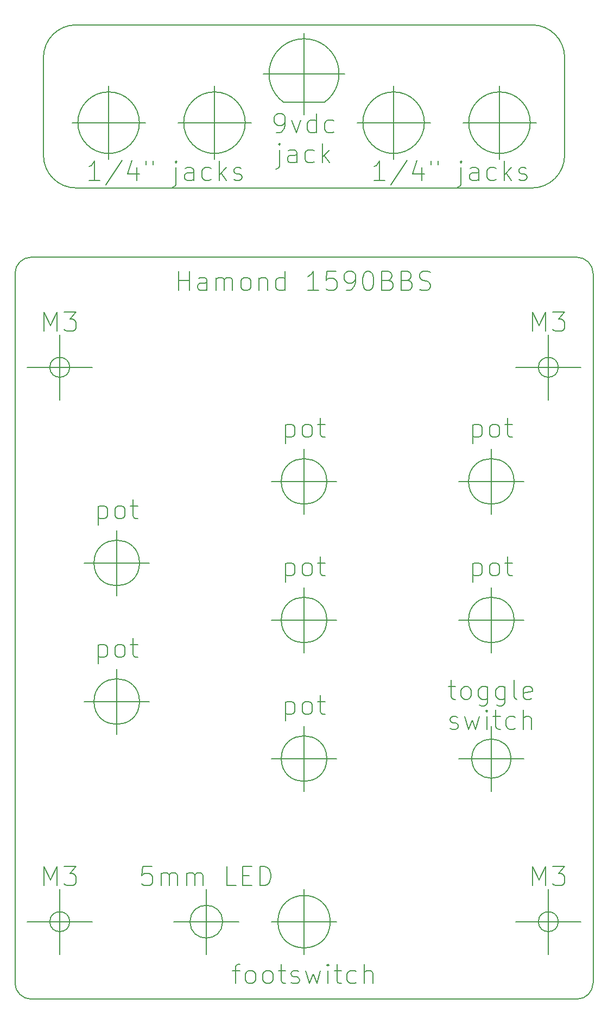
<source format=gbr>
G04 #@! TF.GenerationSoftware,KiCad,Pcbnew,5.1.10-88a1d61d58~90~ubuntu20.04.1*
G04 #@! TF.CreationDate,2021-07-12T15:05:42-04:00*
G04 #@! TF.ProjectId,whooshy_sound_drill_guide,77686f6f-7368-4795-9f73-6f756e645f64,0*
G04 #@! TF.SameCoordinates,Original*
G04 #@! TF.FileFunction,OtherDrawing,Comment*
%FSLAX46Y46*%
G04 Gerber Fmt 4.6, Leading zero omitted, Abs format (unit mm)*
G04 Created by KiCad (PCBNEW 5.1.10-88a1d61d58~90~ubuntu20.04.1) date 2021-07-12 15:05:42*
%MOMM*%
%LPD*%
G01*
G04 APERTURE LIST*
%ADD10C,0.150000*%
G04 APERTURE END LIST*
D10*
X88352857Y-49832142D02*
X88924285Y-49832142D01*
X89210000Y-49689285D01*
X89352857Y-49546428D01*
X89638571Y-49117857D01*
X89781428Y-48546428D01*
X89781428Y-47403571D01*
X89638571Y-47117857D01*
X89495714Y-46975000D01*
X89210000Y-46832142D01*
X88638571Y-46832142D01*
X88352857Y-46975000D01*
X88210000Y-47117857D01*
X88067142Y-47403571D01*
X88067142Y-48117857D01*
X88210000Y-48403571D01*
X88352857Y-48546428D01*
X88638571Y-48689285D01*
X89210000Y-48689285D01*
X89495714Y-48546428D01*
X89638571Y-48403571D01*
X89781428Y-48117857D01*
X90781428Y-47832142D02*
X91495714Y-49832142D01*
X92210000Y-47832142D01*
X94638571Y-49832142D02*
X94638571Y-46832142D01*
X94638571Y-49689285D02*
X94352857Y-49832142D01*
X93781428Y-49832142D01*
X93495714Y-49689285D01*
X93352857Y-49546428D01*
X93210000Y-49260714D01*
X93210000Y-48403571D01*
X93352857Y-48117857D01*
X93495714Y-47975000D01*
X93781428Y-47832142D01*
X94352857Y-47832142D01*
X94638571Y-47975000D01*
X97352857Y-49689285D02*
X97067142Y-49832142D01*
X96495714Y-49832142D01*
X96210000Y-49689285D01*
X96067142Y-49546428D01*
X95924285Y-49260714D01*
X95924285Y-48403571D01*
X96067142Y-48117857D01*
X96210000Y-47975000D01*
X96495714Y-47832142D01*
X97067142Y-47832142D01*
X97352857Y-47975000D01*
X88852857Y-52482142D02*
X88852857Y-55053571D01*
X88710000Y-55339285D01*
X88424285Y-55482142D01*
X88281428Y-55482142D01*
X88852857Y-51482142D02*
X88710000Y-51625000D01*
X88852857Y-51767857D01*
X88995714Y-51625000D01*
X88852857Y-51482142D01*
X88852857Y-51767857D01*
X91567142Y-54482142D02*
X91567142Y-52910714D01*
X91424285Y-52625000D01*
X91138571Y-52482142D01*
X90567142Y-52482142D01*
X90281428Y-52625000D01*
X91567142Y-54339285D02*
X91281428Y-54482142D01*
X90567142Y-54482142D01*
X90281428Y-54339285D01*
X90138571Y-54053571D01*
X90138571Y-53767857D01*
X90281428Y-53482142D01*
X90567142Y-53339285D01*
X91281428Y-53339285D01*
X91567142Y-53196428D01*
X94281428Y-54339285D02*
X93995714Y-54482142D01*
X93424285Y-54482142D01*
X93138571Y-54339285D01*
X92995714Y-54196428D01*
X92852857Y-53910714D01*
X92852857Y-53053571D01*
X92995714Y-52767857D01*
X93138571Y-52625000D01*
X93424285Y-52482142D01*
X93995714Y-52482142D01*
X94281428Y-52625000D01*
X95567142Y-54482142D02*
X95567142Y-51482142D01*
X95852857Y-53339285D02*
X96710000Y-54482142D01*
X96710000Y-52482142D02*
X95567142Y-53625000D01*
X105355714Y-57237142D02*
X103641428Y-57237142D01*
X104498571Y-57237142D02*
X104498571Y-54237142D01*
X104212857Y-54665714D01*
X103927142Y-54951428D01*
X103641428Y-55094285D01*
X108784285Y-54094285D02*
X106212857Y-57951428D01*
X111070000Y-55237142D02*
X111070000Y-57237142D01*
X110355714Y-54094285D02*
X109641428Y-56237142D01*
X111498571Y-56237142D01*
X112498571Y-54237142D02*
X112498571Y-54808571D01*
X113641428Y-54237142D02*
X113641428Y-54808571D01*
X117212857Y-55237142D02*
X117212857Y-57808571D01*
X117070000Y-58094285D01*
X116784285Y-58237142D01*
X116641428Y-58237142D01*
X117212857Y-54237142D02*
X117070000Y-54380000D01*
X117212857Y-54522857D01*
X117355714Y-54380000D01*
X117212857Y-54237142D01*
X117212857Y-54522857D01*
X119927142Y-57237142D02*
X119927142Y-55665714D01*
X119784285Y-55380000D01*
X119498571Y-55237142D01*
X118927142Y-55237142D01*
X118641428Y-55380000D01*
X119927142Y-57094285D02*
X119641428Y-57237142D01*
X118927142Y-57237142D01*
X118641428Y-57094285D01*
X118498571Y-56808571D01*
X118498571Y-56522857D01*
X118641428Y-56237142D01*
X118927142Y-56094285D01*
X119641428Y-56094285D01*
X119927142Y-55951428D01*
X122641428Y-57094285D02*
X122355714Y-57237142D01*
X121784285Y-57237142D01*
X121498571Y-57094285D01*
X121355714Y-56951428D01*
X121212857Y-56665714D01*
X121212857Y-55808571D01*
X121355714Y-55522857D01*
X121498571Y-55380000D01*
X121784285Y-55237142D01*
X122355714Y-55237142D01*
X122641428Y-55380000D01*
X123927142Y-57237142D02*
X123927142Y-54237142D01*
X124212857Y-56094285D02*
X125070000Y-57237142D01*
X125070000Y-55237142D02*
X123927142Y-56380000D01*
X126212857Y-57094285D02*
X126498571Y-57237142D01*
X127070000Y-57237142D01*
X127355714Y-57094285D01*
X127498571Y-56808571D01*
X127498571Y-56665714D01*
X127355714Y-56380000D01*
X127070000Y-56237142D01*
X126641428Y-56237142D01*
X126355714Y-56094285D01*
X126212857Y-55808571D01*
X126212857Y-55665714D01*
X126355714Y-55380000D01*
X126641428Y-55237142D01*
X127070000Y-55237142D01*
X127355714Y-55380000D01*
X60905714Y-57237142D02*
X59191428Y-57237142D01*
X60048571Y-57237142D02*
X60048571Y-54237142D01*
X59762857Y-54665714D01*
X59477142Y-54951428D01*
X59191428Y-55094285D01*
X64334285Y-54094285D02*
X61762857Y-57951428D01*
X66620000Y-55237142D02*
X66620000Y-57237142D01*
X65905714Y-54094285D02*
X65191428Y-56237142D01*
X67048571Y-56237142D01*
X68048571Y-54237142D02*
X68048571Y-54808571D01*
X69191428Y-54237142D02*
X69191428Y-54808571D01*
X72762857Y-55237142D02*
X72762857Y-57808571D01*
X72620000Y-58094285D01*
X72334285Y-58237142D01*
X72191428Y-58237142D01*
X72762857Y-54237142D02*
X72620000Y-54380000D01*
X72762857Y-54522857D01*
X72905714Y-54380000D01*
X72762857Y-54237142D01*
X72762857Y-54522857D01*
X75477142Y-57237142D02*
X75477142Y-55665714D01*
X75334285Y-55380000D01*
X75048571Y-55237142D01*
X74477142Y-55237142D01*
X74191428Y-55380000D01*
X75477142Y-57094285D02*
X75191428Y-57237142D01*
X74477142Y-57237142D01*
X74191428Y-57094285D01*
X74048571Y-56808571D01*
X74048571Y-56522857D01*
X74191428Y-56237142D01*
X74477142Y-56094285D01*
X75191428Y-56094285D01*
X75477142Y-55951428D01*
X78191428Y-57094285D02*
X77905714Y-57237142D01*
X77334285Y-57237142D01*
X77048571Y-57094285D01*
X76905714Y-56951428D01*
X76762857Y-56665714D01*
X76762857Y-55808571D01*
X76905714Y-55522857D01*
X77048571Y-55380000D01*
X77334285Y-55237142D01*
X77905714Y-55237142D01*
X78191428Y-55380000D01*
X79477142Y-57237142D02*
X79477142Y-54237142D01*
X79762857Y-56094285D02*
X80620000Y-57237142D01*
X80620000Y-55237142D02*
X79477142Y-56380000D01*
X81762857Y-57094285D02*
X82048571Y-57237142D01*
X82620000Y-57237142D01*
X82905714Y-57094285D01*
X83048571Y-56808571D01*
X83048571Y-56665714D01*
X82905714Y-56380000D01*
X82620000Y-56237142D01*
X82191428Y-56237142D01*
X81905714Y-56094285D01*
X81762857Y-55808571D01*
X81762857Y-55665714D01*
X81905714Y-55380000D01*
X82191428Y-55237142D01*
X82620000Y-55237142D01*
X82905714Y-55380000D01*
X111480000Y-48260000D02*
G75*
G03*
X111480000Y-48260000I-4800000J0D01*
G01*
X83540000Y-48260000D02*
G75*
G03*
X83540000Y-48260000I-4800000J0D01*
G01*
X67030000Y-48260000D02*
G75*
G03*
X67030000Y-48260000I-4800000J0D01*
G01*
X127990000Y-48260000D02*
G75*
G03*
X127990000Y-48260000I-4800000J0D01*
G01*
X89535001Y-45084999D02*
G75*
G02*
X95884999Y-45084999I3174999J4444999D01*
G01*
X89535001Y-45084999D02*
X95885000Y-45085000D01*
X128270000Y-33020000D02*
X57150000Y-33020000D01*
X57150000Y-33020000D02*
X57150000Y-33020000D01*
X123190000Y-48260000D02*
X123190000Y-42545000D01*
X78740000Y-48260000D02*
X78740000Y-42545000D01*
X67945000Y-48260000D02*
X56515000Y-48260000D01*
X62230000Y-48260000D02*
X62230000Y-53975000D01*
X62230000Y-48260000D02*
X62230000Y-42545000D01*
X99060000Y-40640000D02*
X86360000Y-40640000D01*
X92710000Y-40640000D02*
X92710000Y-46990000D01*
X92710000Y-40640000D02*
X92710000Y-34290000D01*
X123190000Y-48260000D02*
X123190000Y-53975000D01*
X128905000Y-48260000D02*
X117475000Y-48260000D01*
X112395000Y-48260000D02*
X100965000Y-48260000D01*
X106680000Y-48260000D02*
X106680000Y-53975000D01*
X106680000Y-48260000D02*
X106680000Y-42545000D01*
X84455000Y-48260000D02*
X73025000Y-48260000D01*
X78740000Y-48260000D02*
X78740000Y-53975000D01*
X133350000Y-53340000D02*
G75*
G02*
X128270000Y-58420000I-5080000J0D01*
G01*
X57150000Y-58420000D02*
G75*
G02*
X52070000Y-53340000I0J5080000D01*
G01*
X128270000Y-33020000D02*
G75*
G02*
X133350000Y-38100000I0J-5080000D01*
G01*
X133350000Y-53340000D02*
X133350000Y-38100000D01*
X52070000Y-38100000D02*
G75*
G02*
X57150000Y-33020000I5080000J0D01*
G01*
X57150000Y-58420000D02*
X128270000Y-58420000D01*
X52070000Y-38100000D02*
X52070000Y-53340000D01*
X73138571Y-74382142D02*
X73138571Y-71382142D01*
X73138571Y-72810714D02*
X74852857Y-72810714D01*
X74852857Y-74382142D02*
X74852857Y-71382142D01*
X77567142Y-74382142D02*
X77567142Y-72810714D01*
X77424285Y-72525000D01*
X77138571Y-72382142D01*
X76567142Y-72382142D01*
X76281428Y-72525000D01*
X77567142Y-74239285D02*
X77281428Y-74382142D01*
X76567142Y-74382142D01*
X76281428Y-74239285D01*
X76138571Y-73953571D01*
X76138571Y-73667857D01*
X76281428Y-73382142D01*
X76567142Y-73239285D01*
X77281428Y-73239285D01*
X77567142Y-73096428D01*
X78995714Y-74382142D02*
X78995714Y-72382142D01*
X78995714Y-72667857D02*
X79138571Y-72525000D01*
X79424285Y-72382142D01*
X79852857Y-72382142D01*
X80138571Y-72525000D01*
X80281428Y-72810714D01*
X80281428Y-74382142D01*
X80281428Y-72810714D02*
X80424285Y-72525000D01*
X80710000Y-72382142D01*
X81138571Y-72382142D01*
X81424285Y-72525000D01*
X81567142Y-72810714D01*
X81567142Y-74382142D01*
X83424285Y-74382142D02*
X83138571Y-74239285D01*
X82995714Y-74096428D01*
X82852857Y-73810714D01*
X82852857Y-72953571D01*
X82995714Y-72667857D01*
X83138571Y-72525000D01*
X83424285Y-72382142D01*
X83852857Y-72382142D01*
X84138571Y-72525000D01*
X84281428Y-72667857D01*
X84424285Y-72953571D01*
X84424285Y-73810714D01*
X84281428Y-74096428D01*
X84138571Y-74239285D01*
X83852857Y-74382142D01*
X83424285Y-74382142D01*
X85710000Y-72382142D02*
X85710000Y-74382142D01*
X85710000Y-72667857D02*
X85852857Y-72525000D01*
X86138571Y-72382142D01*
X86567142Y-72382142D01*
X86852857Y-72525000D01*
X86995714Y-72810714D01*
X86995714Y-74382142D01*
X89710000Y-74382142D02*
X89710000Y-71382142D01*
X89710000Y-74239285D02*
X89424285Y-74382142D01*
X88852857Y-74382142D01*
X88567142Y-74239285D01*
X88424285Y-74096428D01*
X88281428Y-73810714D01*
X88281428Y-72953571D01*
X88424285Y-72667857D01*
X88567142Y-72525000D01*
X88852857Y-72382142D01*
X89424285Y-72382142D01*
X89710000Y-72525000D01*
X94995714Y-74382142D02*
X93281428Y-74382142D01*
X94138571Y-74382142D02*
X94138571Y-71382142D01*
X93852857Y-71810714D01*
X93567142Y-72096428D01*
X93281428Y-72239285D01*
X97710000Y-71382142D02*
X96281428Y-71382142D01*
X96138571Y-72810714D01*
X96281428Y-72667857D01*
X96567142Y-72525000D01*
X97281428Y-72525000D01*
X97567142Y-72667857D01*
X97710000Y-72810714D01*
X97852857Y-73096428D01*
X97852857Y-73810714D01*
X97710000Y-74096428D01*
X97567142Y-74239285D01*
X97281428Y-74382142D01*
X96567142Y-74382142D01*
X96281428Y-74239285D01*
X96138571Y-74096428D01*
X99281428Y-74382142D02*
X99852857Y-74382142D01*
X100138571Y-74239285D01*
X100281428Y-74096428D01*
X100567142Y-73667857D01*
X100710000Y-73096428D01*
X100710000Y-71953571D01*
X100567142Y-71667857D01*
X100424285Y-71525000D01*
X100138571Y-71382142D01*
X99567142Y-71382142D01*
X99281428Y-71525000D01*
X99138571Y-71667857D01*
X98995714Y-71953571D01*
X98995714Y-72667857D01*
X99138571Y-72953571D01*
X99281428Y-73096428D01*
X99567142Y-73239285D01*
X100138571Y-73239285D01*
X100424285Y-73096428D01*
X100567142Y-72953571D01*
X100710000Y-72667857D01*
X102567142Y-71382142D02*
X102852857Y-71382142D01*
X103138571Y-71525000D01*
X103281428Y-71667857D01*
X103424285Y-71953571D01*
X103567142Y-72525000D01*
X103567142Y-73239285D01*
X103424285Y-73810714D01*
X103281428Y-74096428D01*
X103138571Y-74239285D01*
X102852857Y-74382142D01*
X102567142Y-74382142D01*
X102281428Y-74239285D01*
X102138571Y-74096428D01*
X101995714Y-73810714D01*
X101852857Y-73239285D01*
X101852857Y-72525000D01*
X101995714Y-71953571D01*
X102138571Y-71667857D01*
X102281428Y-71525000D01*
X102567142Y-71382142D01*
X105852857Y-72810714D02*
X106281428Y-72953571D01*
X106424285Y-73096428D01*
X106567142Y-73382142D01*
X106567142Y-73810714D01*
X106424285Y-74096428D01*
X106281428Y-74239285D01*
X105995714Y-74382142D01*
X104852857Y-74382142D01*
X104852857Y-71382142D01*
X105852857Y-71382142D01*
X106138571Y-71525000D01*
X106281428Y-71667857D01*
X106424285Y-71953571D01*
X106424285Y-72239285D01*
X106281428Y-72525000D01*
X106138571Y-72667857D01*
X105852857Y-72810714D01*
X104852857Y-72810714D01*
X108852857Y-72810714D02*
X109281428Y-72953571D01*
X109424285Y-73096428D01*
X109567142Y-73382142D01*
X109567142Y-73810714D01*
X109424285Y-74096428D01*
X109281428Y-74239285D01*
X108995714Y-74382142D01*
X107852857Y-74382142D01*
X107852857Y-71382142D01*
X108852857Y-71382142D01*
X109138571Y-71525000D01*
X109281428Y-71667857D01*
X109424285Y-71953571D01*
X109424285Y-72239285D01*
X109281428Y-72525000D01*
X109138571Y-72667857D01*
X108852857Y-72810714D01*
X107852857Y-72810714D01*
X110710000Y-74239285D02*
X111138571Y-74382142D01*
X111852857Y-74382142D01*
X112138571Y-74239285D01*
X112281428Y-74096428D01*
X112424285Y-73810714D01*
X112424285Y-73525000D01*
X112281428Y-73239285D01*
X112138571Y-73096428D01*
X111852857Y-72953571D01*
X111281428Y-72810714D01*
X110995714Y-72667857D01*
X110852857Y-72525000D01*
X110710000Y-72239285D01*
X110710000Y-71953571D01*
X110852857Y-71667857D01*
X110995714Y-71525000D01*
X111281428Y-71382142D01*
X111995714Y-71382142D01*
X112424285Y-71525000D01*
X119062857Y-95242142D02*
X119062857Y-98242142D01*
X119062857Y-95385000D02*
X119348571Y-95242142D01*
X119920000Y-95242142D01*
X120205714Y-95385000D01*
X120348571Y-95527857D01*
X120491428Y-95813571D01*
X120491428Y-96670714D01*
X120348571Y-96956428D01*
X120205714Y-97099285D01*
X119920000Y-97242142D01*
X119348571Y-97242142D01*
X119062857Y-97099285D01*
X122205714Y-97242142D02*
X121920000Y-97099285D01*
X121777142Y-96956428D01*
X121634285Y-96670714D01*
X121634285Y-95813571D01*
X121777142Y-95527857D01*
X121920000Y-95385000D01*
X122205714Y-95242142D01*
X122634285Y-95242142D01*
X122920000Y-95385000D01*
X123062857Y-95527857D01*
X123205714Y-95813571D01*
X123205714Y-96670714D01*
X123062857Y-96956428D01*
X122920000Y-97099285D01*
X122634285Y-97242142D01*
X122205714Y-97242142D01*
X124062857Y-95242142D02*
X125205714Y-95242142D01*
X124491428Y-94242142D02*
X124491428Y-96813571D01*
X124634285Y-97099285D01*
X124920000Y-97242142D01*
X125205714Y-97242142D01*
X119062857Y-116832142D02*
X119062857Y-119832142D01*
X119062857Y-116975000D02*
X119348571Y-116832142D01*
X119920000Y-116832142D01*
X120205714Y-116975000D01*
X120348571Y-117117857D01*
X120491428Y-117403571D01*
X120491428Y-118260714D01*
X120348571Y-118546428D01*
X120205714Y-118689285D01*
X119920000Y-118832142D01*
X119348571Y-118832142D01*
X119062857Y-118689285D01*
X122205714Y-118832142D02*
X121920000Y-118689285D01*
X121777142Y-118546428D01*
X121634285Y-118260714D01*
X121634285Y-117403571D01*
X121777142Y-117117857D01*
X121920000Y-116975000D01*
X122205714Y-116832142D01*
X122634285Y-116832142D01*
X122920000Y-116975000D01*
X123062857Y-117117857D01*
X123205714Y-117403571D01*
X123205714Y-118260714D01*
X123062857Y-118546428D01*
X122920000Y-118689285D01*
X122634285Y-118832142D01*
X122205714Y-118832142D01*
X124062857Y-116832142D02*
X125205714Y-116832142D01*
X124491428Y-115832142D02*
X124491428Y-118403571D01*
X124634285Y-118689285D01*
X124920000Y-118832142D01*
X125205714Y-118832142D01*
X89852857Y-138422142D02*
X89852857Y-141422142D01*
X89852857Y-138565000D02*
X90138571Y-138422142D01*
X90710000Y-138422142D01*
X90995714Y-138565000D01*
X91138571Y-138707857D01*
X91281428Y-138993571D01*
X91281428Y-139850714D01*
X91138571Y-140136428D01*
X90995714Y-140279285D01*
X90710000Y-140422142D01*
X90138571Y-140422142D01*
X89852857Y-140279285D01*
X92995714Y-140422142D02*
X92710000Y-140279285D01*
X92567142Y-140136428D01*
X92424285Y-139850714D01*
X92424285Y-138993571D01*
X92567142Y-138707857D01*
X92710000Y-138565000D01*
X92995714Y-138422142D01*
X93424285Y-138422142D01*
X93710000Y-138565000D01*
X93852857Y-138707857D01*
X93995714Y-138993571D01*
X93995714Y-139850714D01*
X93852857Y-140136428D01*
X93710000Y-140279285D01*
X93424285Y-140422142D01*
X92995714Y-140422142D01*
X94852857Y-138422142D02*
X95995714Y-138422142D01*
X95281428Y-137422142D02*
X95281428Y-139993571D01*
X95424285Y-140279285D01*
X95710000Y-140422142D01*
X95995714Y-140422142D01*
X89852857Y-116832142D02*
X89852857Y-119832142D01*
X89852857Y-116975000D02*
X90138571Y-116832142D01*
X90710000Y-116832142D01*
X90995714Y-116975000D01*
X91138571Y-117117857D01*
X91281428Y-117403571D01*
X91281428Y-118260714D01*
X91138571Y-118546428D01*
X90995714Y-118689285D01*
X90710000Y-118832142D01*
X90138571Y-118832142D01*
X89852857Y-118689285D01*
X92995714Y-118832142D02*
X92710000Y-118689285D01*
X92567142Y-118546428D01*
X92424285Y-118260714D01*
X92424285Y-117403571D01*
X92567142Y-117117857D01*
X92710000Y-116975000D01*
X92995714Y-116832142D01*
X93424285Y-116832142D01*
X93710000Y-116975000D01*
X93852857Y-117117857D01*
X93995714Y-117403571D01*
X93995714Y-118260714D01*
X93852857Y-118546428D01*
X93710000Y-118689285D01*
X93424285Y-118832142D01*
X92995714Y-118832142D01*
X94852857Y-116832142D02*
X95995714Y-116832142D01*
X95281428Y-115832142D02*
X95281428Y-118403571D01*
X95424285Y-118689285D01*
X95710000Y-118832142D01*
X95995714Y-118832142D01*
X89852857Y-95242142D02*
X89852857Y-98242142D01*
X89852857Y-95385000D02*
X90138571Y-95242142D01*
X90710000Y-95242142D01*
X90995714Y-95385000D01*
X91138571Y-95527857D01*
X91281428Y-95813571D01*
X91281428Y-96670714D01*
X91138571Y-96956428D01*
X90995714Y-97099285D01*
X90710000Y-97242142D01*
X90138571Y-97242142D01*
X89852857Y-97099285D01*
X92995714Y-97242142D02*
X92710000Y-97099285D01*
X92567142Y-96956428D01*
X92424285Y-96670714D01*
X92424285Y-95813571D01*
X92567142Y-95527857D01*
X92710000Y-95385000D01*
X92995714Y-95242142D01*
X93424285Y-95242142D01*
X93710000Y-95385000D01*
X93852857Y-95527857D01*
X93995714Y-95813571D01*
X93995714Y-96670714D01*
X93852857Y-96956428D01*
X93710000Y-97099285D01*
X93424285Y-97242142D01*
X92995714Y-97242142D01*
X94852857Y-95242142D02*
X95995714Y-95242142D01*
X95281428Y-94242142D02*
X95281428Y-96813571D01*
X95424285Y-97099285D01*
X95710000Y-97242142D01*
X95995714Y-97242142D01*
X60642857Y-129532142D02*
X60642857Y-132532142D01*
X60642857Y-129675000D02*
X60928571Y-129532142D01*
X61500000Y-129532142D01*
X61785714Y-129675000D01*
X61928571Y-129817857D01*
X62071428Y-130103571D01*
X62071428Y-130960714D01*
X61928571Y-131246428D01*
X61785714Y-131389285D01*
X61500000Y-131532142D01*
X60928571Y-131532142D01*
X60642857Y-131389285D01*
X63785714Y-131532142D02*
X63500000Y-131389285D01*
X63357142Y-131246428D01*
X63214285Y-130960714D01*
X63214285Y-130103571D01*
X63357142Y-129817857D01*
X63500000Y-129675000D01*
X63785714Y-129532142D01*
X64214285Y-129532142D01*
X64500000Y-129675000D01*
X64642857Y-129817857D01*
X64785714Y-130103571D01*
X64785714Y-130960714D01*
X64642857Y-131246428D01*
X64500000Y-131389285D01*
X64214285Y-131532142D01*
X63785714Y-131532142D01*
X65642857Y-129532142D02*
X66785714Y-129532142D01*
X66071428Y-128532142D02*
X66071428Y-131103571D01*
X66214285Y-131389285D01*
X66500000Y-131532142D01*
X66785714Y-131532142D01*
X60642857Y-107942142D02*
X60642857Y-110942142D01*
X60642857Y-108085000D02*
X60928571Y-107942142D01*
X61500000Y-107942142D01*
X61785714Y-108085000D01*
X61928571Y-108227857D01*
X62071428Y-108513571D01*
X62071428Y-109370714D01*
X61928571Y-109656428D01*
X61785714Y-109799285D01*
X61500000Y-109942142D01*
X60928571Y-109942142D01*
X60642857Y-109799285D01*
X63785714Y-109942142D02*
X63500000Y-109799285D01*
X63357142Y-109656428D01*
X63214285Y-109370714D01*
X63214285Y-108513571D01*
X63357142Y-108227857D01*
X63500000Y-108085000D01*
X63785714Y-107942142D01*
X64214285Y-107942142D01*
X64500000Y-108085000D01*
X64642857Y-108227857D01*
X64785714Y-108513571D01*
X64785714Y-109370714D01*
X64642857Y-109656428D01*
X64500000Y-109799285D01*
X64214285Y-109942142D01*
X63785714Y-109942142D01*
X65642857Y-107942142D02*
X66785714Y-107942142D01*
X66071428Y-106942142D02*
X66071428Y-109513571D01*
X66214285Y-109799285D01*
X66500000Y-109942142D01*
X66785714Y-109942142D01*
X115205714Y-136097142D02*
X116348571Y-136097142D01*
X115634285Y-135097142D02*
X115634285Y-137668571D01*
X115777142Y-137954285D01*
X116062857Y-138097142D01*
X116348571Y-138097142D01*
X117777142Y-138097142D02*
X117491428Y-137954285D01*
X117348571Y-137811428D01*
X117205714Y-137525714D01*
X117205714Y-136668571D01*
X117348571Y-136382857D01*
X117491428Y-136240000D01*
X117777142Y-136097142D01*
X118205714Y-136097142D01*
X118491428Y-136240000D01*
X118634285Y-136382857D01*
X118777142Y-136668571D01*
X118777142Y-137525714D01*
X118634285Y-137811428D01*
X118491428Y-137954285D01*
X118205714Y-138097142D01*
X117777142Y-138097142D01*
X121348571Y-136097142D02*
X121348571Y-138525714D01*
X121205714Y-138811428D01*
X121062857Y-138954285D01*
X120777142Y-139097142D01*
X120348571Y-139097142D01*
X120062857Y-138954285D01*
X121348571Y-137954285D02*
X121062857Y-138097142D01*
X120491428Y-138097142D01*
X120205714Y-137954285D01*
X120062857Y-137811428D01*
X119920000Y-137525714D01*
X119920000Y-136668571D01*
X120062857Y-136382857D01*
X120205714Y-136240000D01*
X120491428Y-136097142D01*
X121062857Y-136097142D01*
X121348571Y-136240000D01*
X124062857Y-136097142D02*
X124062857Y-138525714D01*
X123920000Y-138811428D01*
X123777142Y-138954285D01*
X123491428Y-139097142D01*
X123062857Y-139097142D01*
X122777142Y-138954285D01*
X124062857Y-137954285D02*
X123777142Y-138097142D01*
X123205714Y-138097142D01*
X122920000Y-137954285D01*
X122777142Y-137811428D01*
X122634285Y-137525714D01*
X122634285Y-136668571D01*
X122777142Y-136382857D01*
X122920000Y-136240000D01*
X123205714Y-136097142D01*
X123777142Y-136097142D01*
X124062857Y-136240000D01*
X125920000Y-138097142D02*
X125634285Y-137954285D01*
X125491428Y-137668571D01*
X125491428Y-135097142D01*
X128205714Y-137954285D02*
X127920000Y-138097142D01*
X127348571Y-138097142D01*
X127062857Y-137954285D01*
X126920000Y-137668571D01*
X126920000Y-136525714D01*
X127062857Y-136240000D01*
X127348571Y-136097142D01*
X127920000Y-136097142D01*
X128205714Y-136240000D01*
X128348571Y-136525714D01*
X128348571Y-136811428D01*
X126920000Y-137097142D01*
X115491428Y-142604285D02*
X115777142Y-142747142D01*
X116348571Y-142747142D01*
X116634285Y-142604285D01*
X116777142Y-142318571D01*
X116777142Y-142175714D01*
X116634285Y-141890000D01*
X116348571Y-141747142D01*
X115920000Y-141747142D01*
X115634285Y-141604285D01*
X115491428Y-141318571D01*
X115491428Y-141175714D01*
X115634285Y-140890000D01*
X115920000Y-140747142D01*
X116348571Y-140747142D01*
X116634285Y-140890000D01*
X117777142Y-140747142D02*
X118348571Y-142747142D01*
X118920000Y-141318571D01*
X119491428Y-142747142D01*
X120062857Y-140747142D01*
X121205714Y-142747142D02*
X121205714Y-140747142D01*
X121205714Y-139747142D02*
X121062857Y-139890000D01*
X121205714Y-140032857D01*
X121348571Y-139890000D01*
X121205714Y-139747142D01*
X121205714Y-140032857D01*
X122205714Y-140747142D02*
X123348571Y-140747142D01*
X122634285Y-139747142D02*
X122634285Y-142318571D01*
X122777142Y-142604285D01*
X123062857Y-142747142D01*
X123348571Y-142747142D01*
X125634285Y-142604285D02*
X125348571Y-142747142D01*
X124777142Y-142747142D01*
X124491428Y-142604285D01*
X124348571Y-142461428D01*
X124205714Y-142175714D01*
X124205714Y-141318571D01*
X124348571Y-141032857D01*
X124491428Y-140890000D01*
X124777142Y-140747142D01*
X125348571Y-140747142D01*
X125634285Y-140890000D01*
X126920000Y-142747142D02*
X126920000Y-139747142D01*
X128205714Y-142747142D02*
X128205714Y-141175714D01*
X128062857Y-140890000D01*
X127777142Y-140747142D01*
X127348571Y-140747142D01*
X127062857Y-140890000D01*
X126920000Y-141032857D01*
X81567142Y-180332142D02*
X82710000Y-180332142D01*
X81995714Y-182332142D02*
X81995714Y-179760714D01*
X82138571Y-179475000D01*
X82424285Y-179332142D01*
X82710000Y-179332142D01*
X84138571Y-182332142D02*
X83852857Y-182189285D01*
X83710000Y-182046428D01*
X83567142Y-181760714D01*
X83567142Y-180903571D01*
X83710000Y-180617857D01*
X83852857Y-180475000D01*
X84138571Y-180332142D01*
X84567142Y-180332142D01*
X84852857Y-180475000D01*
X84995714Y-180617857D01*
X85138571Y-180903571D01*
X85138571Y-181760714D01*
X84995714Y-182046428D01*
X84852857Y-182189285D01*
X84567142Y-182332142D01*
X84138571Y-182332142D01*
X86852857Y-182332142D02*
X86567142Y-182189285D01*
X86424285Y-182046428D01*
X86281428Y-181760714D01*
X86281428Y-180903571D01*
X86424285Y-180617857D01*
X86567142Y-180475000D01*
X86852857Y-180332142D01*
X87281428Y-180332142D01*
X87567142Y-180475000D01*
X87710000Y-180617857D01*
X87852857Y-180903571D01*
X87852857Y-181760714D01*
X87710000Y-182046428D01*
X87567142Y-182189285D01*
X87281428Y-182332142D01*
X86852857Y-182332142D01*
X88710000Y-180332142D02*
X89852857Y-180332142D01*
X89138571Y-179332142D02*
X89138571Y-181903571D01*
X89281428Y-182189285D01*
X89567142Y-182332142D01*
X89852857Y-182332142D01*
X90710000Y-182189285D02*
X90995714Y-182332142D01*
X91567142Y-182332142D01*
X91852857Y-182189285D01*
X91995714Y-181903571D01*
X91995714Y-181760714D01*
X91852857Y-181475000D01*
X91567142Y-181332142D01*
X91138571Y-181332142D01*
X90852857Y-181189285D01*
X90710000Y-180903571D01*
X90710000Y-180760714D01*
X90852857Y-180475000D01*
X91138571Y-180332142D01*
X91567142Y-180332142D01*
X91852857Y-180475000D01*
X92995714Y-180332142D02*
X93567142Y-182332142D01*
X94138571Y-180903571D01*
X94710000Y-182332142D01*
X95281428Y-180332142D01*
X96424285Y-182332142D02*
X96424285Y-180332142D01*
X96424285Y-179332142D02*
X96281428Y-179475000D01*
X96424285Y-179617857D01*
X96567142Y-179475000D01*
X96424285Y-179332142D01*
X96424285Y-179617857D01*
X97424285Y-180332142D02*
X98567142Y-180332142D01*
X97852857Y-179332142D02*
X97852857Y-181903571D01*
X97995714Y-182189285D01*
X98281428Y-182332142D01*
X98567142Y-182332142D01*
X100852857Y-182189285D02*
X100567142Y-182332142D01*
X99995714Y-182332142D01*
X99710000Y-182189285D01*
X99567142Y-182046428D01*
X99424285Y-181760714D01*
X99424285Y-180903571D01*
X99567142Y-180617857D01*
X99710000Y-180475000D01*
X99995714Y-180332142D01*
X100567142Y-180332142D01*
X100852857Y-180475000D01*
X102138571Y-182332142D02*
X102138571Y-179332142D01*
X103424285Y-182332142D02*
X103424285Y-180760714D01*
X103281428Y-180475000D01*
X102995714Y-180332142D01*
X102567142Y-180332142D01*
X102281428Y-180475000D01*
X102138571Y-180617857D01*
X68970000Y-164092142D02*
X67541428Y-164092142D01*
X67398571Y-165520714D01*
X67541428Y-165377857D01*
X67827142Y-165235000D01*
X68541428Y-165235000D01*
X68827142Y-165377857D01*
X68970000Y-165520714D01*
X69112857Y-165806428D01*
X69112857Y-166520714D01*
X68970000Y-166806428D01*
X68827142Y-166949285D01*
X68541428Y-167092142D01*
X67827142Y-167092142D01*
X67541428Y-166949285D01*
X67398571Y-166806428D01*
X70398571Y-167092142D02*
X70398571Y-165092142D01*
X70398571Y-165377857D02*
X70541428Y-165235000D01*
X70827142Y-165092142D01*
X71255714Y-165092142D01*
X71541428Y-165235000D01*
X71684285Y-165520714D01*
X71684285Y-167092142D01*
X71684285Y-165520714D02*
X71827142Y-165235000D01*
X72112857Y-165092142D01*
X72541428Y-165092142D01*
X72827142Y-165235000D01*
X72970000Y-165520714D01*
X72970000Y-167092142D01*
X74398571Y-167092142D02*
X74398571Y-165092142D01*
X74398571Y-165377857D02*
X74541428Y-165235000D01*
X74827142Y-165092142D01*
X75255714Y-165092142D01*
X75541428Y-165235000D01*
X75684285Y-165520714D01*
X75684285Y-167092142D01*
X75684285Y-165520714D02*
X75827142Y-165235000D01*
X76112857Y-165092142D01*
X76541428Y-165092142D01*
X76827142Y-165235000D01*
X76970000Y-165520714D01*
X76970000Y-167092142D01*
X82112857Y-167092142D02*
X80684285Y-167092142D01*
X80684285Y-164092142D01*
X83112857Y-165520714D02*
X84112857Y-165520714D01*
X84541428Y-167092142D02*
X83112857Y-167092142D01*
X83112857Y-164092142D01*
X84541428Y-164092142D01*
X85827142Y-167092142D02*
X85827142Y-164092142D01*
X86541428Y-164092142D01*
X86970000Y-164235000D01*
X87255714Y-164520714D01*
X87398571Y-164806428D01*
X87541428Y-165377857D01*
X87541428Y-165806428D01*
X87398571Y-166377857D01*
X87255714Y-166663571D01*
X86970000Y-166949285D01*
X86541428Y-167092142D01*
X85827142Y-167092142D01*
X52181428Y-167092142D02*
X52181428Y-164092142D01*
X53181428Y-166235000D01*
X54181428Y-164092142D01*
X54181428Y-167092142D01*
X55324285Y-164092142D02*
X57181428Y-164092142D01*
X56181428Y-165235000D01*
X56610000Y-165235000D01*
X56895714Y-165377857D01*
X57038571Y-165520714D01*
X57181428Y-165806428D01*
X57181428Y-166520714D01*
X57038571Y-166806428D01*
X56895714Y-166949285D01*
X56610000Y-167092142D01*
X55752857Y-167092142D01*
X55467142Y-166949285D01*
X55324285Y-166806428D01*
X128381428Y-167092142D02*
X128381428Y-164092142D01*
X129381428Y-166235000D01*
X130381428Y-164092142D01*
X130381428Y-167092142D01*
X131524285Y-164092142D02*
X133381428Y-164092142D01*
X132381428Y-165235000D01*
X132810000Y-165235000D01*
X133095714Y-165377857D01*
X133238571Y-165520714D01*
X133381428Y-165806428D01*
X133381428Y-166520714D01*
X133238571Y-166806428D01*
X133095714Y-166949285D01*
X132810000Y-167092142D01*
X131952857Y-167092142D01*
X131667142Y-166949285D01*
X131524285Y-166806428D01*
X128381428Y-80732142D02*
X128381428Y-77732142D01*
X129381428Y-79875000D01*
X130381428Y-77732142D01*
X130381428Y-80732142D01*
X131524285Y-77732142D02*
X133381428Y-77732142D01*
X132381428Y-78875000D01*
X132810000Y-78875000D01*
X133095714Y-79017857D01*
X133238571Y-79160714D01*
X133381428Y-79446428D01*
X133381428Y-80160714D01*
X133238571Y-80446428D01*
X133095714Y-80589285D01*
X132810000Y-80732142D01*
X131952857Y-80732142D01*
X131667142Y-80589285D01*
X131524285Y-80446428D01*
X52181428Y-80732142D02*
X52181428Y-77732142D01*
X53181428Y-79875000D01*
X54181428Y-77732142D01*
X54181428Y-80732142D01*
X55324285Y-77732142D02*
X57181428Y-77732142D01*
X56181428Y-78875000D01*
X56610000Y-78875000D01*
X56895714Y-79017857D01*
X57038571Y-79160714D01*
X57181428Y-79446428D01*
X57181428Y-80160714D01*
X57038571Y-80446428D01*
X56895714Y-80589285D01*
X56610000Y-80732142D01*
X55752857Y-80732142D01*
X55467142Y-80589285D01*
X55324285Y-80446428D01*
X49530000Y-86360000D02*
X59690000Y-86360000D01*
X54610000Y-91440000D02*
X54610000Y-81280000D01*
X125730000Y-86360000D02*
X135890000Y-86360000D01*
X130810000Y-91440000D02*
X130810000Y-81280000D01*
X116840000Y-104140000D02*
X127000000Y-104140000D01*
X121920000Y-109220000D02*
X121920000Y-99060000D01*
X87630000Y-104140000D02*
X97790000Y-104140000D01*
X92710000Y-109220000D02*
X92710000Y-99060000D01*
X58420000Y-116840000D02*
X68580000Y-116840000D01*
X63500000Y-121920000D02*
X63500000Y-111760000D01*
X116840000Y-125730000D02*
X127000000Y-125730000D01*
X121920000Y-130810000D02*
X121920000Y-120650000D01*
X87630000Y-125730000D02*
X97790000Y-125730000D01*
X92710000Y-130810000D02*
X92710000Y-120650000D01*
X87630000Y-147320000D02*
X97790000Y-147320000D01*
X92710000Y-152400000D02*
X92710000Y-142240000D01*
X116840000Y-147320000D02*
X127000000Y-147320000D01*
X121920000Y-152400000D02*
X121920000Y-142240000D01*
X125730000Y-172720000D02*
X135890000Y-172720000D01*
X130810000Y-177800000D02*
X130810000Y-167640000D01*
X87630000Y-172720000D02*
X97790000Y-172720000D01*
X92710000Y-177800000D02*
X92710000Y-167640000D01*
X72390000Y-172720000D02*
X82550000Y-172720000D01*
X77470000Y-177800000D02*
X77470000Y-167640000D01*
X49530000Y-172720000D02*
X59690000Y-172720000D01*
X54610000Y-177800000D02*
X54610000Y-167640000D01*
X63500000Y-143510000D02*
X63500000Y-133350000D01*
X58420000Y-138430000D02*
X68580000Y-138430000D01*
X80020000Y-172720000D02*
G75*
G03*
X80020000Y-172720000I-2550000J0D01*
G01*
X132360000Y-86360000D02*
G75*
G03*
X132360000Y-86360000I-1550000J0D01*
G01*
X56160000Y-86360000D02*
G75*
G03*
X56160000Y-86360000I-1550000J0D01*
G01*
X56160000Y-172720000D02*
G75*
G03*
X56160000Y-172720000I-1550000J0D01*
G01*
X132360000Y-172720000D02*
G75*
G03*
X132360000Y-172720000I-1550000J0D01*
G01*
X135255000Y-69215000D02*
G75*
G02*
X137795000Y-71755000I0J-2540000D01*
G01*
X137795000Y-182245000D02*
G75*
G02*
X135255000Y-184785000I-2540000J0D01*
G01*
X50165000Y-184785000D02*
G75*
G02*
X47625000Y-182245000I0J2540000D01*
G01*
X47625000Y-71755000D02*
G75*
G02*
X50165000Y-69215000I2540000J0D01*
G01*
X50165000Y-184785000D02*
X135255000Y-184785000D01*
X47625000Y-71755000D02*
X47625000Y-182245000D01*
X137795000Y-71755000D02*
X137795000Y-182245000D01*
X50165000Y-69215000D02*
X135255000Y-69215000D01*
X96790000Y-172720000D02*
G75*
G03*
X96790000Y-172720000I-4080000J0D01*
G01*
X96260000Y-147320000D02*
G75*
G03*
X96260000Y-147320000I-3550000J0D01*
G01*
X67050000Y-138430000D02*
G75*
G03*
X67050000Y-138430000I-3550000J0D01*
G01*
X124970000Y-147320000D02*
G75*
G03*
X124970000Y-147320000I-3050000J0D01*
G01*
X125470000Y-125730000D02*
G75*
G03*
X125470000Y-125730000I-3550000J0D01*
G01*
X96260000Y-125730000D02*
G75*
G03*
X96260000Y-125730000I-3550000J0D01*
G01*
X67050000Y-116840000D02*
G75*
G03*
X67050000Y-116840000I-3550000J0D01*
G01*
X96260000Y-104140000D02*
G75*
G03*
X96260000Y-104140000I-3550000J0D01*
G01*
X125470000Y-104140000D02*
G75*
G03*
X125470000Y-104140000I-3550000J0D01*
G01*
M02*

</source>
